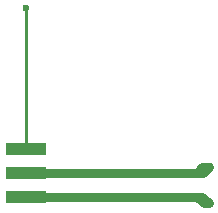
<source format=gbl>
%TF.GenerationSoftware,KiCad,Pcbnew,9.0.6*%
%TF.CreationDate,2025-11-24T17:12:20+00:00*%
%TF.ProjectId,power-pcb,706f7765-722d-4706-9362-2e6b69636164,rev?*%
%TF.SameCoordinates,Original*%
%TF.FileFunction,Copper,L2,Bot*%
%TF.FilePolarity,Positive*%
%FSLAX46Y46*%
G04 Gerber Fmt 4.6, Leading zero omitted, Abs format (unit mm)*
G04 Created by KiCad (PCBNEW 9.0.6) date 2025-11-24 17:12:20*
%MOMM*%
%LPD*%
G01*
G04 APERTURE LIST*
%TA.AperFunction,SMDPad,CuDef*%
%ADD10R,3.500000X1.000000*%
%TD*%
%TA.AperFunction,ViaPad*%
%ADD11C,0.750000*%
%TD*%
%TA.AperFunction,ViaPad*%
%ADD12C,0.600000*%
%TD*%
%TA.AperFunction,Conductor*%
%ADD13C,0.750000*%
%TD*%
%TA.AperFunction,Conductor*%
%ADD14C,0.250000*%
%TD*%
G04 APERTURE END LIST*
D10*
%TO.P,J1,1,Pin_1*%
%TO.N,GND*%
X108000000Y-90962500D03*
%TO.P,J1,2,Pin_2*%
%TO.N,VBUS*%
X108000000Y-88962500D03*
%TO.P,J1,3,Pin_3*%
%TO.N,Net-(J1-Pin_3)*%
X108000000Y-86962500D03*
%TD*%
D11*
%TO.N,GND*%
X122500000Y-90962500D03*
X123500000Y-91550000D03*
%TO.N,VBUS*%
X123500000Y-88500000D03*
X122462500Y-88962500D03*
D12*
%TO.N,Net-(J1-Pin_3)*%
X108000000Y-75000000D03*
%TD*%
D13*
%TO.N,GND*%
X123087500Y-91550000D02*
X122500000Y-90962500D01*
X122912500Y-90962500D02*
X108000000Y-90962500D01*
X123500000Y-91550000D02*
X123087500Y-91550000D01*
X123500000Y-91550000D02*
X122912500Y-90962500D01*
%TO.N,VBUS*%
X122037500Y-88962500D02*
X108000000Y-88962500D01*
X123037500Y-88962500D02*
X123500000Y-88500000D01*
X123500000Y-88500000D02*
X122925000Y-88500000D01*
X122462500Y-88962500D02*
X123037500Y-88962500D01*
X122462500Y-88962500D02*
X122037500Y-88962500D01*
X122925000Y-88500000D02*
X122462500Y-88962500D01*
D14*
%TO.N,Net-(J1-Pin_3)*%
X108000000Y-75000000D02*
X108000000Y-86962500D01*
%TD*%
M02*

</source>
